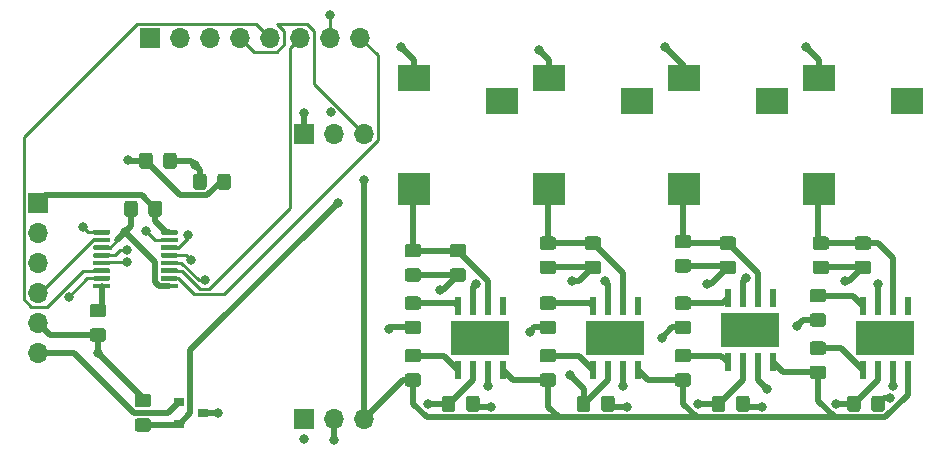
<source format=gbr>
%TF.GenerationSoftware,KiCad,Pcbnew,(5.1.6)-1*%
%TF.CreationDate,2020-09-27T21:03:48-07:00*%
%TF.ProjectId,piezodriver,7069657a-6f64-4726-9976-65722e6b6963,rev?*%
%TF.SameCoordinates,Original*%
%TF.FileFunction,Copper,L1,Top*%
%TF.FilePolarity,Positive*%
%FSLAX46Y46*%
G04 Gerber Fmt 4.6, Leading zero omitted, Abs format (unit mm)*
G04 Created by KiCad (PCBNEW (5.1.6)-1) date 2020-09-27 21:03:48*
%MOMM*%
%LPD*%
G01*
G04 APERTURE LIST*
%TA.AperFunction,SMDPad,CuDef*%
%ADD10R,0.900000X0.800000*%
%TD*%
%TA.AperFunction,ComponentPad*%
%ADD11O,1.700000X1.700000*%
%TD*%
%TA.AperFunction,ComponentPad*%
%ADD12R,1.700000X1.700000*%
%TD*%
%TA.AperFunction,SMDPad,CuDef*%
%ADD13R,2.800000X2.800000*%
%TD*%
%TA.AperFunction,SMDPad,CuDef*%
%ADD14R,2.800000X2.200000*%
%TD*%
%TA.AperFunction,ComponentPad*%
%ADD15C,0.300000*%
%TD*%
%TA.AperFunction,Conductor*%
%ADD16R,4.900000X2.950000*%
%TD*%
%TA.AperFunction,SMDPad,CuDef*%
%ADD17R,0.600000X1.550000*%
%TD*%
%TA.AperFunction,ViaPad*%
%ADD18C,0.800000*%
%TD*%
%TA.AperFunction,Conductor*%
%ADD19C,0.500000*%
%TD*%
%TA.AperFunction,Conductor*%
%ADD20C,0.250000*%
%TD*%
G04 APERTURE END LIST*
%TO.P,R2,2*%
%TO.N,/opampdriver/SIG*%
%TA.AperFunction,SMDPad,CuDef*%
G36*
G01*
X210245000Y-86048001D02*
X210245000Y-85147999D01*
G75*
G02*
X210494999Y-84898000I249999J0D01*
G01*
X211145001Y-84898000D01*
G75*
G02*
X211395000Y-85147999I0J-249999D01*
G01*
X211395000Y-86048001D01*
G75*
G02*
X211145001Y-86298000I-249999J0D01*
G01*
X210494999Y-86298000D01*
G75*
G02*
X210245000Y-86048001I0J249999D01*
G01*
G37*
%TD.AperFunction*%
%TO.P,R2,1*%
%TO.N,Net-(C4-Pad2)*%
%TA.AperFunction,SMDPad,CuDef*%
G36*
G01*
X208195000Y-86048001D02*
X208195000Y-85147999D01*
G75*
G02*
X208444999Y-84898000I249999J0D01*
G01*
X209095001Y-84898000D01*
G75*
G02*
X209345000Y-85147999I0J-249999D01*
G01*
X209345000Y-86048001D01*
G75*
G02*
X209095001Y-86298000I-249999J0D01*
G01*
X208444999Y-86298000D01*
G75*
G02*
X208195000Y-86048001I0J249999D01*
G01*
G37*
%TD.AperFunction*%
%TD*%
%TO.P,U1,16*%
%TO.N,Net-(J2-Pad1)*%
%TA.AperFunction,SMDPad,CuDef*%
G36*
G01*
X184372620Y-71175000D02*
X184372620Y-70975000D01*
G75*
G02*
X184472620Y-70875000I100000J0D01*
G01*
X185747620Y-70875000D01*
G75*
G02*
X185847620Y-70975000I0J-100000D01*
G01*
X185847620Y-71175000D01*
G75*
G02*
X185747620Y-71275000I-100000J0D01*
G01*
X184472620Y-71275000D01*
G75*
G02*
X184372620Y-71175000I0J100000D01*
G01*
G37*
%TD.AperFunction*%
%TO.P,U1,15*%
%TO.N,Net-(J2-Pad2)*%
%TA.AperFunction,SMDPad,CuDef*%
G36*
G01*
X184372620Y-71825000D02*
X184372620Y-71625000D01*
G75*
G02*
X184472620Y-71525000I100000J0D01*
G01*
X185747620Y-71525000D01*
G75*
G02*
X185847620Y-71625000I0J-100000D01*
G01*
X185847620Y-71825000D01*
G75*
G02*
X185747620Y-71925000I-100000J0D01*
G01*
X184472620Y-71925000D01*
G75*
G02*
X184372620Y-71825000I0J100000D01*
G01*
G37*
%TD.AperFunction*%
%TO.P,U1,14*%
%TO.N,GND*%
%TA.AperFunction,SMDPad,CuDef*%
G36*
G01*
X184372620Y-72475000D02*
X184372620Y-72275000D01*
G75*
G02*
X184472620Y-72175000I100000J0D01*
G01*
X185747620Y-72175000D01*
G75*
G02*
X185847620Y-72275000I0J-100000D01*
G01*
X185847620Y-72475000D01*
G75*
G02*
X185747620Y-72575000I-100000J0D01*
G01*
X184472620Y-72575000D01*
G75*
G02*
X184372620Y-72475000I0J100000D01*
G01*
G37*
%TD.AperFunction*%
%TO.P,U1,13*%
%TO.N,/sheet5F77FFF0/SIG*%
%TA.AperFunction,SMDPad,CuDef*%
G36*
G01*
X184372620Y-73125000D02*
X184372620Y-72925000D01*
G75*
G02*
X184472620Y-72825000I100000J0D01*
G01*
X185747620Y-72825000D01*
G75*
G02*
X185847620Y-72925000I0J-100000D01*
G01*
X185847620Y-73125000D01*
G75*
G02*
X185747620Y-73225000I-100000J0D01*
G01*
X184472620Y-73225000D01*
G75*
G02*
X184372620Y-73125000I0J100000D01*
G01*
G37*
%TD.AperFunction*%
%TO.P,U1,12*%
%TO.N,/sheet5F780C4A/SIG*%
%TA.AperFunction,SMDPad,CuDef*%
G36*
G01*
X184372620Y-73775000D02*
X184372620Y-73575000D01*
G75*
G02*
X184472620Y-73475000I100000J0D01*
G01*
X185747620Y-73475000D01*
G75*
G02*
X185847620Y-73575000I0J-100000D01*
G01*
X185847620Y-73775000D01*
G75*
G02*
X185747620Y-73875000I-100000J0D01*
G01*
X184472620Y-73875000D01*
G75*
G02*
X184372620Y-73775000I0J100000D01*
G01*
G37*
%TD.AperFunction*%
%TO.P,U1,11*%
%TO.N,/CH6*%
%TA.AperFunction,SMDPad,CuDef*%
G36*
G01*
X184372620Y-74425000D02*
X184372620Y-74225000D01*
G75*
G02*
X184472620Y-74125000I100000J0D01*
G01*
X185747620Y-74125000D01*
G75*
G02*
X185847620Y-74225000I0J-100000D01*
G01*
X185847620Y-74425000D01*
G75*
G02*
X185747620Y-74525000I-100000J0D01*
G01*
X184472620Y-74525000D01*
G75*
G02*
X184372620Y-74425000I0J100000D01*
G01*
G37*
%TD.AperFunction*%
%TO.P,U1,10*%
%TO.N,/CH8*%
%TA.AperFunction,SMDPad,CuDef*%
G36*
G01*
X184372620Y-75075000D02*
X184372620Y-74875000D01*
G75*
G02*
X184472620Y-74775000I100000J0D01*
G01*
X185747620Y-74775000D01*
G75*
G02*
X185847620Y-74875000I0J-100000D01*
G01*
X185847620Y-75075000D01*
G75*
G02*
X185747620Y-75175000I-100000J0D01*
G01*
X184472620Y-75175000D01*
G75*
G02*
X184372620Y-75075000I0J100000D01*
G01*
G37*
%TD.AperFunction*%
%TO.P,U1,9*%
%TO.N,VCC*%
%TA.AperFunction,SMDPad,CuDef*%
G36*
G01*
X184372620Y-75725000D02*
X184372620Y-75525000D01*
G75*
G02*
X184472620Y-75425000I100000J0D01*
G01*
X185747620Y-75425000D01*
G75*
G02*
X185847620Y-75525000I0J-100000D01*
G01*
X185847620Y-75725000D01*
G75*
G02*
X185747620Y-75825000I-100000J0D01*
G01*
X184472620Y-75825000D01*
G75*
G02*
X184372620Y-75725000I0J100000D01*
G01*
G37*
%TD.AperFunction*%
%TO.P,U1,8*%
%TO.N,Net-(C3-Pad1)*%
%TA.AperFunction,SMDPad,CuDef*%
G36*
G01*
X178647620Y-75725000D02*
X178647620Y-75525000D01*
G75*
G02*
X178747620Y-75425000I100000J0D01*
G01*
X180022620Y-75425000D01*
G75*
G02*
X180122620Y-75525000I0J-100000D01*
G01*
X180122620Y-75725000D01*
G75*
G02*
X180022620Y-75825000I-100000J0D01*
G01*
X178747620Y-75825000D01*
G75*
G02*
X178647620Y-75725000I0J100000D01*
G01*
G37*
%TD.AperFunction*%
%TO.P,U1,7*%
%TO.N,/CH7*%
%TA.AperFunction,SMDPad,CuDef*%
G36*
G01*
X178647620Y-75075000D02*
X178647620Y-74875000D01*
G75*
G02*
X178747620Y-74775000I100000J0D01*
G01*
X180022620Y-74775000D01*
G75*
G02*
X180122620Y-74875000I0J-100000D01*
G01*
X180122620Y-75075000D01*
G75*
G02*
X180022620Y-75175000I-100000J0D01*
G01*
X178747620Y-75175000D01*
G75*
G02*
X178647620Y-75075000I0J100000D01*
G01*
G37*
%TD.AperFunction*%
%TO.P,U1,6*%
%TO.N,/CH5*%
%TA.AperFunction,SMDPad,CuDef*%
G36*
G01*
X178647620Y-74425000D02*
X178647620Y-74225000D01*
G75*
G02*
X178747620Y-74125000I100000J0D01*
G01*
X180022620Y-74125000D01*
G75*
G02*
X180122620Y-74225000I0J-100000D01*
G01*
X180122620Y-74425000D01*
G75*
G02*
X180022620Y-74525000I-100000J0D01*
G01*
X178747620Y-74525000D01*
G75*
G02*
X178647620Y-74425000I0J100000D01*
G01*
G37*
%TD.AperFunction*%
%TO.P,U1,5*%
%TO.N,/sheet5F78069E/SIG*%
%TA.AperFunction,SMDPad,CuDef*%
G36*
G01*
X178647620Y-73775000D02*
X178647620Y-73575000D01*
G75*
G02*
X178747620Y-73475000I100000J0D01*
G01*
X180022620Y-73475000D01*
G75*
G02*
X180122620Y-73575000I0J-100000D01*
G01*
X180122620Y-73775000D01*
G75*
G02*
X180022620Y-73875000I-100000J0D01*
G01*
X178747620Y-73875000D01*
G75*
G02*
X178647620Y-73775000I0J100000D01*
G01*
G37*
%TD.AperFunction*%
%TO.P,U1,4*%
%TO.N,/opampdriver/SIG*%
%TA.AperFunction,SMDPad,CuDef*%
G36*
G01*
X178647620Y-73125000D02*
X178647620Y-72925000D01*
G75*
G02*
X178747620Y-72825000I100000J0D01*
G01*
X180022620Y-72825000D01*
G75*
G02*
X180122620Y-72925000I0J-100000D01*
G01*
X180122620Y-73125000D01*
G75*
G02*
X180022620Y-73225000I-100000J0D01*
G01*
X178747620Y-73225000D01*
G75*
G02*
X178647620Y-73125000I0J100000D01*
G01*
G37*
%TD.AperFunction*%
%TO.P,U1,3*%
%TO.N,VCC*%
%TA.AperFunction,SMDPad,CuDef*%
G36*
G01*
X178647620Y-72475000D02*
X178647620Y-72275000D01*
G75*
G02*
X178747620Y-72175000I100000J0D01*
G01*
X180022620Y-72175000D01*
G75*
G02*
X180122620Y-72275000I0J-100000D01*
G01*
X180122620Y-72475000D01*
G75*
G02*
X180022620Y-72575000I-100000J0D01*
G01*
X178747620Y-72575000D01*
G75*
G02*
X178647620Y-72475000I0J100000D01*
G01*
G37*
%TD.AperFunction*%
%TO.P,U1,2*%
%TO.N,Net-(J2-Pad4)*%
%TA.AperFunction,SMDPad,CuDef*%
G36*
G01*
X178647620Y-71825000D02*
X178647620Y-71625000D01*
G75*
G02*
X178747620Y-71525000I100000J0D01*
G01*
X180022620Y-71525000D01*
G75*
G02*
X180122620Y-71625000I0J-100000D01*
G01*
X180122620Y-71825000D01*
G75*
G02*
X180022620Y-71925000I-100000J0D01*
G01*
X178747620Y-71925000D01*
G75*
G02*
X178647620Y-71825000I0J100000D01*
G01*
G37*
%TD.AperFunction*%
%TO.P,U1,1*%
%TO.N,GND*%
%TA.AperFunction,SMDPad,CuDef*%
G36*
G01*
X178647620Y-71175000D02*
X178647620Y-70975000D01*
G75*
G02*
X178747620Y-70875000I100000J0D01*
G01*
X180022620Y-70875000D01*
G75*
G02*
X180122620Y-70975000I0J-100000D01*
G01*
X180122620Y-71175000D01*
G75*
G02*
X180022620Y-71275000I-100000J0D01*
G01*
X178747620Y-71275000D01*
G75*
G02*
X178647620Y-71175000I0J100000D01*
G01*
G37*
%TD.AperFunction*%
%TD*%
D10*
%TO.P,U2,3*%
%TO.N,GND*%
X187960000Y-86360000D03*
%TO.P,U2,2*%
%TO.N,/opampdriver/BIAS*%
X185960000Y-87310000D03*
%TO.P,U2,1*%
%TO.N,VCC*%
X185960000Y-85410000D03*
%TD*%
%TO.P,R21,2*%
%TO.N,Net-(J2-Pad1)*%
%TA.AperFunction,SMDPad,CuDef*%
G36*
G01*
X183355400Y-69538001D02*
X183355400Y-68637999D01*
G75*
G02*
X183605399Y-68388000I249999J0D01*
G01*
X184255401Y-68388000D01*
G75*
G02*
X184505400Y-68637999I0J-249999D01*
G01*
X184505400Y-69538001D01*
G75*
G02*
X184255401Y-69788000I-249999J0D01*
G01*
X183605399Y-69788000D01*
G75*
G02*
X183355400Y-69538001I0J249999D01*
G01*
G37*
%TD.AperFunction*%
%TO.P,R21,1*%
%TO.N,VCC*%
%TA.AperFunction,SMDPad,CuDef*%
G36*
G01*
X181305400Y-69538001D02*
X181305400Y-68637999D01*
G75*
G02*
X181555399Y-68388000I249999J0D01*
G01*
X182205401Y-68388000D01*
G75*
G02*
X182455400Y-68637999I0J-249999D01*
G01*
X182455400Y-69538001D01*
G75*
G02*
X182205401Y-69788000I-249999J0D01*
G01*
X181555399Y-69788000D01*
G75*
G02*
X181305400Y-69538001I0J249999D01*
G01*
G37*
%TD.AperFunction*%
%TD*%
%TO.P,C8,2*%
%TO.N,GND*%
%TA.AperFunction,SMDPad,CuDef*%
G36*
G01*
X183330001Y-85910000D02*
X182429999Y-85910000D01*
G75*
G02*
X182180000Y-85660001I0J249999D01*
G01*
X182180000Y-85009999D01*
G75*
G02*
X182429999Y-84760000I249999J0D01*
G01*
X183330001Y-84760000D01*
G75*
G02*
X183580000Y-85009999I0J-249999D01*
G01*
X183580000Y-85660001D01*
G75*
G02*
X183330001Y-85910000I-249999J0D01*
G01*
G37*
%TD.AperFunction*%
%TO.P,C8,1*%
%TO.N,/opampdriver/BIAS*%
%TA.AperFunction,SMDPad,CuDef*%
G36*
G01*
X183330001Y-87960000D02*
X182429999Y-87960000D01*
G75*
G02*
X182180000Y-87710001I0J249999D01*
G01*
X182180000Y-87059999D01*
G75*
G02*
X182429999Y-86810000I249999J0D01*
G01*
X183330001Y-86810000D01*
G75*
G02*
X183580000Y-87059999I0J-249999D01*
G01*
X183580000Y-87710001D01*
G75*
G02*
X183330001Y-87960000I-249999J0D01*
G01*
G37*
%TD.AperFunction*%
%TD*%
D11*
%TO.P,J2,6*%
%TO.N,VCC*%
X173990000Y-81280000D03*
%TO.P,J2,5*%
%TO.N,GND*%
X173990000Y-78740000D03*
%TO.P,J2,4*%
%TO.N,Net-(J2-Pad4)*%
X173990000Y-76200000D03*
%TO.P,J2,3*%
%TO.N,Net-(J2-Pad3)*%
X173990000Y-73660000D03*
%TO.P,J2,2*%
%TO.N,Net-(J2-Pad2)*%
X173990000Y-71120000D03*
D12*
%TO.P,J2,1*%
%TO.N,Net-(J2-Pad1)*%
X173990000Y-68580000D03*
%TD*%
D13*
%TO.P,J8,T*%
%TO.N,/opampdriver/OUT*%
X205850000Y-67395000D03*
D14*
%TO.P,J8,S*%
%TO.N,GND*%
X205850000Y-57995000D03*
%TO.P,J8,R*%
%TO.N,N/C*%
X213250000Y-59995000D03*
%TD*%
D13*
%TO.P,J7,T*%
%TO.N,/sheet5F780C4A/OUT*%
X240140000Y-67395000D03*
D14*
%TO.P,J7,S*%
%TO.N,GND*%
X240140000Y-57995000D03*
%TO.P,J7,R*%
%TO.N,N/C*%
X247540000Y-59995000D03*
%TD*%
D13*
%TO.P,J6,T*%
%TO.N,/sheet5F78069E/OUT*%
X228710000Y-67395000D03*
D14*
%TO.P,J6,S*%
%TO.N,GND*%
X228710000Y-57995000D03*
%TO.P,J6,R*%
%TO.N,N/C*%
X236110000Y-59995000D03*
%TD*%
D13*
%TO.P,J5,T*%
%TO.N,/sheet5F77FFF0/OUT*%
X217280000Y-67395000D03*
D14*
%TO.P,J5,S*%
%TO.N,GND*%
X217280000Y-57995000D03*
%TO.P,J5,R*%
%TO.N,N/C*%
X224680000Y-59995000D03*
%TD*%
D15*
%TO.P,U6,17*%
%TO.N,N/C*%
X247695000Y-79360000D03*
%TO.P,U6,16*%
X247695000Y-80660000D03*
%TO.P,U6,15*%
X246395000Y-79360000D03*
%TO.P,U6,14*%
X246395000Y-80660000D03*
%TO.P,U6,13*%
X245095000Y-79360000D03*
%TO.P,U6,12*%
X245095000Y-80660000D03*
%TO.P,U6,11*%
X243795000Y-79360000D03*
%TO.P,U6,10*%
X243795000Y-80660000D03*
D16*
%TD*%
%TO.N,Net-(U6-Pad9)*%
%TO.C,U6*%
X245745000Y-80010000D03*
D17*
%TO.P,U6,8*%
%TO.N,Net-(R16-Pad2)*%
X243840000Y-77310000D03*
%TO.P,U6,7*%
%TO.N,+VDC*%
X245110000Y-77310000D03*
%TO.P,U6,6*%
%TO.N,/sheet5F780C4A/OUT*%
X246380000Y-77310000D03*
%TO.P,U6,5*%
%TO.N,Net-(U6-Pad5)*%
X247650000Y-77310000D03*
%TO.P,U6,4*%
%TO.N,-VDC*%
X247650000Y-82710000D03*
%TO.P,U6,3*%
%TO.N,/opampdriver/BIAS*%
X246380000Y-82710000D03*
%TO.P,U6,2*%
%TO.N,Net-(C7-Pad2)*%
X245110000Y-82710000D03*
%TO.P,U6,1*%
%TO.N,Net-(R18-Pad1)*%
X243840000Y-82710000D03*
%TD*%
D15*
%TO.P,U5,17*%
%TO.N,N/C*%
X236265000Y-78725000D03*
%TO.P,U5,16*%
X236265000Y-80025000D03*
%TO.P,U5,15*%
X234965000Y-78725000D03*
%TO.P,U5,14*%
X234965000Y-80025000D03*
%TO.P,U5,13*%
X233665000Y-78725000D03*
%TO.P,U5,12*%
X233665000Y-80025000D03*
%TO.P,U5,11*%
X232365000Y-78725000D03*
%TO.P,U5,10*%
X232365000Y-80025000D03*
D16*
%TD*%
%TO.N,Net-(U5-Pad9)*%
%TO.C,U5*%
X234315000Y-79375000D03*
D17*
%TO.P,U5,8*%
%TO.N,Net-(R11-Pad2)*%
X232410000Y-76675000D03*
%TO.P,U5,7*%
%TO.N,+VDC*%
X233680000Y-76675000D03*
%TO.P,U5,6*%
%TO.N,/sheet5F78069E/OUT*%
X234950000Y-76675000D03*
%TO.P,U5,5*%
%TO.N,Net-(U5-Pad5)*%
X236220000Y-76675000D03*
%TO.P,U5,4*%
%TO.N,-VDC*%
X236220000Y-82075000D03*
%TO.P,U5,3*%
%TO.N,/opampdriver/BIAS*%
X234950000Y-82075000D03*
%TO.P,U5,2*%
%TO.N,Net-(C6-Pad2)*%
X233680000Y-82075000D03*
%TO.P,U5,1*%
%TO.N,Net-(R13-Pad1)*%
X232410000Y-82075000D03*
%TD*%
D15*
%TO.P,U4,17*%
%TO.N,N/C*%
X224835000Y-79360000D03*
%TO.P,U4,16*%
X224835000Y-80660000D03*
%TO.P,U4,15*%
X223535000Y-79360000D03*
%TO.P,U4,14*%
X223535000Y-80660000D03*
%TO.P,U4,13*%
X222235000Y-79360000D03*
%TO.P,U4,12*%
X222235000Y-80660000D03*
%TO.P,U4,11*%
X220935000Y-79360000D03*
%TO.P,U4,10*%
X220935000Y-80660000D03*
D16*
%TD*%
%TO.N,Net-(U4-Pad9)*%
%TO.C,U4*%
X222885000Y-80010000D03*
D17*
%TO.P,U4,8*%
%TO.N,Net-(R6-Pad2)*%
X220980000Y-77310000D03*
%TO.P,U4,7*%
%TO.N,+VDC*%
X222250000Y-77310000D03*
%TO.P,U4,6*%
%TO.N,/sheet5F77FFF0/OUT*%
X223520000Y-77310000D03*
%TO.P,U4,5*%
%TO.N,Net-(U4-Pad5)*%
X224790000Y-77310000D03*
%TO.P,U4,4*%
%TO.N,-VDC*%
X224790000Y-82710000D03*
%TO.P,U4,3*%
%TO.N,/opampdriver/BIAS*%
X223520000Y-82710000D03*
%TO.P,U4,2*%
%TO.N,Net-(C5-Pad2)*%
X222250000Y-82710000D03*
%TO.P,U4,1*%
%TO.N,Net-(R8-Pad1)*%
X220980000Y-82710000D03*
%TD*%
D15*
%TO.P,U3,17*%
%TO.N,N/C*%
X213405000Y-79360000D03*
%TO.P,U3,16*%
X213405000Y-80660000D03*
%TO.P,U3,15*%
X212105000Y-79360000D03*
%TO.P,U3,14*%
X212105000Y-80660000D03*
%TO.P,U3,13*%
X210805000Y-79360000D03*
%TO.P,U3,12*%
X210805000Y-80660000D03*
%TO.P,U3,11*%
X209505000Y-79360000D03*
%TO.P,U3,10*%
X209505000Y-80660000D03*
D16*
%TD*%
%TO.N,Net-(U3-Pad9)*%
%TO.C,U3*%
X211455000Y-80010000D03*
D17*
%TO.P,U3,8*%
%TO.N,Net-(R1-Pad2)*%
X209550000Y-77310000D03*
%TO.P,U3,7*%
%TO.N,+VDC*%
X210820000Y-77310000D03*
%TO.P,U3,6*%
%TO.N,/opampdriver/OUT*%
X212090000Y-77310000D03*
%TO.P,U3,5*%
%TO.N,Net-(U3-Pad5)*%
X213360000Y-77310000D03*
%TO.P,U3,4*%
%TO.N,-VDC*%
X213360000Y-82710000D03*
%TO.P,U3,3*%
%TO.N,/opampdriver/BIAS*%
X212090000Y-82710000D03*
%TO.P,U3,2*%
%TO.N,Net-(C4-Pad2)*%
X210820000Y-82710000D03*
%TO.P,U3,1*%
%TO.N,Net-(R3-Pad1)*%
X209550000Y-82710000D03*
%TD*%
%TO.P,R19,2*%
%TO.N,Net-(C7-Pad2)*%
%TA.AperFunction,SMDPad,CuDef*%
G36*
G01*
X239833999Y-73475000D02*
X240734001Y-73475000D01*
G75*
G02*
X240984000Y-73724999I0J-249999D01*
G01*
X240984000Y-74375001D01*
G75*
G02*
X240734001Y-74625000I-249999J0D01*
G01*
X239833999Y-74625000D01*
G75*
G02*
X239584000Y-74375001I0J249999D01*
G01*
X239584000Y-73724999D01*
G75*
G02*
X239833999Y-73475000I249999J0D01*
G01*
G37*
%TD.AperFunction*%
%TO.P,R19,1*%
%TO.N,/sheet5F780C4A/OUT*%
%TA.AperFunction,SMDPad,CuDef*%
G36*
G01*
X239833999Y-71425000D02*
X240734001Y-71425000D01*
G75*
G02*
X240984000Y-71674999I0J-249999D01*
G01*
X240984000Y-72325001D01*
G75*
G02*
X240734001Y-72575000I-249999J0D01*
G01*
X239833999Y-72575000D01*
G75*
G02*
X239584000Y-72325001I0J249999D01*
G01*
X239584000Y-71674999D01*
G75*
G02*
X239833999Y-71425000I249999J0D01*
G01*
G37*
%TD.AperFunction*%
%TD*%
%TO.P,R18,2*%
%TO.N,-VDC*%
%TA.AperFunction,SMDPad,CuDef*%
G36*
G01*
X239579999Y-82365000D02*
X240480001Y-82365000D01*
G75*
G02*
X240730000Y-82614999I0J-249999D01*
G01*
X240730000Y-83265001D01*
G75*
G02*
X240480001Y-83515000I-249999J0D01*
G01*
X239579999Y-83515000D01*
G75*
G02*
X239330000Y-83265001I0J249999D01*
G01*
X239330000Y-82614999D01*
G75*
G02*
X239579999Y-82365000I249999J0D01*
G01*
G37*
%TD.AperFunction*%
%TO.P,R18,1*%
%TO.N,Net-(R18-Pad1)*%
%TA.AperFunction,SMDPad,CuDef*%
G36*
G01*
X239579999Y-80315000D02*
X240480001Y-80315000D01*
G75*
G02*
X240730000Y-80564999I0J-249999D01*
G01*
X240730000Y-81215001D01*
G75*
G02*
X240480001Y-81465000I-249999J0D01*
G01*
X239579999Y-81465000D01*
G75*
G02*
X239330000Y-81215001I0J249999D01*
G01*
X239330000Y-80564999D01*
G75*
G02*
X239579999Y-80315000I249999J0D01*
G01*
G37*
%TD.AperFunction*%
%TD*%
%TO.P,R17,2*%
%TO.N,/sheet5F780C4A/SIG*%
%TA.AperFunction,SMDPad,CuDef*%
G36*
G01*
X244544000Y-86048001D02*
X244544000Y-85147999D01*
G75*
G02*
X244793999Y-84898000I249999J0D01*
G01*
X245444001Y-84898000D01*
G75*
G02*
X245694000Y-85147999I0J-249999D01*
G01*
X245694000Y-86048001D01*
G75*
G02*
X245444001Y-86298000I-249999J0D01*
G01*
X244793999Y-86298000D01*
G75*
G02*
X244544000Y-86048001I0J249999D01*
G01*
G37*
%TD.AperFunction*%
%TO.P,R17,1*%
%TO.N,Net-(C7-Pad2)*%
%TA.AperFunction,SMDPad,CuDef*%
G36*
G01*
X242494000Y-86048001D02*
X242494000Y-85147999D01*
G75*
G02*
X242743999Y-84898000I249999J0D01*
G01*
X243394001Y-84898000D01*
G75*
G02*
X243644000Y-85147999I0J-249999D01*
G01*
X243644000Y-86048001D01*
G75*
G02*
X243394001Y-86298000I-249999J0D01*
G01*
X242743999Y-86298000D01*
G75*
G02*
X242494000Y-86048001I0J249999D01*
G01*
G37*
%TD.AperFunction*%
%TD*%
%TO.P,R16,2*%
%TO.N,Net-(R16-Pad2)*%
%TA.AperFunction,SMDPad,CuDef*%
G36*
G01*
X240480001Y-77020000D02*
X239579999Y-77020000D01*
G75*
G02*
X239330000Y-76770001I0J249999D01*
G01*
X239330000Y-76119999D01*
G75*
G02*
X239579999Y-75870000I249999J0D01*
G01*
X240480001Y-75870000D01*
G75*
G02*
X240730000Y-76119999I0J-249999D01*
G01*
X240730000Y-76770001D01*
G75*
G02*
X240480001Y-77020000I-249999J0D01*
G01*
G37*
%TD.AperFunction*%
%TO.P,R16,1*%
%TO.N,+VDC*%
%TA.AperFunction,SMDPad,CuDef*%
G36*
G01*
X240480001Y-79070000D02*
X239579999Y-79070000D01*
G75*
G02*
X239330000Y-78820001I0J249999D01*
G01*
X239330000Y-78169999D01*
G75*
G02*
X239579999Y-77920000I249999J0D01*
G01*
X240480001Y-77920000D01*
G75*
G02*
X240730000Y-78169999I0J-249999D01*
G01*
X240730000Y-78820001D01*
G75*
G02*
X240480001Y-79070000I-249999J0D01*
G01*
G37*
%TD.AperFunction*%
%TD*%
%TO.P,R14,2*%
%TO.N,Net-(C6-Pad2)*%
%TA.AperFunction,SMDPad,CuDef*%
G36*
G01*
X228149999Y-73339000D02*
X229050001Y-73339000D01*
G75*
G02*
X229300000Y-73588999I0J-249999D01*
G01*
X229300000Y-74239001D01*
G75*
G02*
X229050001Y-74489000I-249999J0D01*
G01*
X228149999Y-74489000D01*
G75*
G02*
X227900000Y-74239001I0J249999D01*
G01*
X227900000Y-73588999D01*
G75*
G02*
X228149999Y-73339000I249999J0D01*
G01*
G37*
%TD.AperFunction*%
%TO.P,R14,1*%
%TO.N,/sheet5F78069E/OUT*%
%TA.AperFunction,SMDPad,CuDef*%
G36*
G01*
X228149999Y-71289000D02*
X229050001Y-71289000D01*
G75*
G02*
X229300000Y-71538999I0J-249999D01*
G01*
X229300000Y-72189001D01*
G75*
G02*
X229050001Y-72439000I-249999J0D01*
G01*
X228149999Y-72439000D01*
G75*
G02*
X227900000Y-72189001I0J249999D01*
G01*
X227900000Y-71538999D01*
G75*
G02*
X228149999Y-71289000I249999J0D01*
G01*
G37*
%TD.AperFunction*%
%TD*%
%TO.P,R13,2*%
%TO.N,-VDC*%
%TA.AperFunction,SMDPad,CuDef*%
G36*
G01*
X228149999Y-83000000D02*
X229050001Y-83000000D01*
G75*
G02*
X229300000Y-83249999I0J-249999D01*
G01*
X229300000Y-83900001D01*
G75*
G02*
X229050001Y-84150000I-249999J0D01*
G01*
X228149999Y-84150000D01*
G75*
G02*
X227900000Y-83900001I0J249999D01*
G01*
X227900000Y-83249999D01*
G75*
G02*
X228149999Y-83000000I249999J0D01*
G01*
G37*
%TD.AperFunction*%
%TO.P,R13,1*%
%TO.N,Net-(R13-Pad1)*%
%TA.AperFunction,SMDPad,CuDef*%
G36*
G01*
X228149999Y-80950000D02*
X229050001Y-80950000D01*
G75*
G02*
X229300000Y-81199999I0J-249999D01*
G01*
X229300000Y-81850001D01*
G75*
G02*
X229050001Y-82100000I-249999J0D01*
G01*
X228149999Y-82100000D01*
G75*
G02*
X227900000Y-81850001I0J249999D01*
G01*
X227900000Y-81199999D01*
G75*
G02*
X228149999Y-80950000I249999J0D01*
G01*
G37*
%TD.AperFunction*%
%TD*%
%TO.P,R12,2*%
%TO.N,/sheet5F78069E/SIG*%
%TA.AperFunction,SMDPad,CuDef*%
G36*
G01*
X233105000Y-86048001D02*
X233105000Y-85147999D01*
G75*
G02*
X233354999Y-84898000I249999J0D01*
G01*
X234005001Y-84898000D01*
G75*
G02*
X234255000Y-85147999I0J-249999D01*
G01*
X234255000Y-86048001D01*
G75*
G02*
X234005001Y-86298000I-249999J0D01*
G01*
X233354999Y-86298000D01*
G75*
G02*
X233105000Y-86048001I0J249999D01*
G01*
G37*
%TD.AperFunction*%
%TO.P,R12,1*%
%TO.N,Net-(C6-Pad2)*%
%TA.AperFunction,SMDPad,CuDef*%
G36*
G01*
X231055000Y-86048001D02*
X231055000Y-85147999D01*
G75*
G02*
X231304999Y-84898000I249999J0D01*
G01*
X231955001Y-84898000D01*
G75*
G02*
X232205000Y-85147999I0J-249999D01*
G01*
X232205000Y-86048001D01*
G75*
G02*
X231955001Y-86298000I-249999J0D01*
G01*
X231304999Y-86298000D01*
G75*
G02*
X231055000Y-86048001I0J249999D01*
G01*
G37*
%TD.AperFunction*%
%TD*%
%TO.P,R11,2*%
%TO.N,Net-(R11-Pad2)*%
%TA.AperFunction,SMDPad,CuDef*%
G36*
G01*
X229050001Y-77655000D02*
X228149999Y-77655000D01*
G75*
G02*
X227900000Y-77405001I0J249999D01*
G01*
X227900000Y-76754999D01*
G75*
G02*
X228149999Y-76505000I249999J0D01*
G01*
X229050001Y-76505000D01*
G75*
G02*
X229300000Y-76754999I0J-249999D01*
G01*
X229300000Y-77405001D01*
G75*
G02*
X229050001Y-77655000I-249999J0D01*
G01*
G37*
%TD.AperFunction*%
%TO.P,R11,1*%
%TO.N,+VDC*%
%TA.AperFunction,SMDPad,CuDef*%
G36*
G01*
X229050001Y-79705000D02*
X228149999Y-79705000D01*
G75*
G02*
X227900000Y-79455001I0J249999D01*
G01*
X227900000Y-78804999D01*
G75*
G02*
X228149999Y-78555000I249999J0D01*
G01*
X229050001Y-78555000D01*
G75*
G02*
X229300000Y-78804999I0J-249999D01*
G01*
X229300000Y-79455001D01*
G75*
G02*
X229050001Y-79705000I-249999J0D01*
G01*
G37*
%TD.AperFunction*%
%TD*%
%TO.P,R9,2*%
%TO.N,Net-(C5-Pad2)*%
%TA.AperFunction,SMDPad,CuDef*%
G36*
G01*
X216719999Y-73475000D02*
X217620001Y-73475000D01*
G75*
G02*
X217870000Y-73724999I0J-249999D01*
G01*
X217870000Y-74375001D01*
G75*
G02*
X217620001Y-74625000I-249999J0D01*
G01*
X216719999Y-74625000D01*
G75*
G02*
X216470000Y-74375001I0J249999D01*
G01*
X216470000Y-73724999D01*
G75*
G02*
X216719999Y-73475000I249999J0D01*
G01*
G37*
%TD.AperFunction*%
%TO.P,R9,1*%
%TO.N,/sheet5F77FFF0/OUT*%
%TA.AperFunction,SMDPad,CuDef*%
G36*
G01*
X216719999Y-71425000D02*
X217620001Y-71425000D01*
G75*
G02*
X217870000Y-71674999I0J-249999D01*
G01*
X217870000Y-72325001D01*
G75*
G02*
X217620001Y-72575000I-249999J0D01*
G01*
X216719999Y-72575000D01*
G75*
G02*
X216470000Y-72325001I0J249999D01*
G01*
X216470000Y-71674999D01*
G75*
G02*
X216719999Y-71425000I249999J0D01*
G01*
G37*
%TD.AperFunction*%
%TD*%
%TO.P,R8,2*%
%TO.N,-VDC*%
%TA.AperFunction,SMDPad,CuDef*%
G36*
G01*
X216719999Y-83000000D02*
X217620001Y-83000000D01*
G75*
G02*
X217870000Y-83249999I0J-249999D01*
G01*
X217870000Y-83900001D01*
G75*
G02*
X217620001Y-84150000I-249999J0D01*
G01*
X216719999Y-84150000D01*
G75*
G02*
X216470000Y-83900001I0J249999D01*
G01*
X216470000Y-83249999D01*
G75*
G02*
X216719999Y-83000000I249999J0D01*
G01*
G37*
%TD.AperFunction*%
%TO.P,R8,1*%
%TO.N,Net-(R8-Pad1)*%
%TA.AperFunction,SMDPad,CuDef*%
G36*
G01*
X216719999Y-80950000D02*
X217620001Y-80950000D01*
G75*
G02*
X217870000Y-81199999I0J-249999D01*
G01*
X217870000Y-81850001D01*
G75*
G02*
X217620001Y-82100000I-249999J0D01*
G01*
X216719999Y-82100000D01*
G75*
G02*
X216470000Y-81850001I0J249999D01*
G01*
X216470000Y-81199999D01*
G75*
G02*
X216719999Y-80950000I249999J0D01*
G01*
G37*
%TD.AperFunction*%
%TD*%
%TO.P,R7,2*%
%TO.N,/sheet5F77FFF0/SIG*%
%TA.AperFunction,SMDPad,CuDef*%
G36*
G01*
X221675000Y-86048001D02*
X221675000Y-85147999D01*
G75*
G02*
X221924999Y-84898000I249999J0D01*
G01*
X222575001Y-84898000D01*
G75*
G02*
X222825000Y-85147999I0J-249999D01*
G01*
X222825000Y-86048001D01*
G75*
G02*
X222575001Y-86298000I-249999J0D01*
G01*
X221924999Y-86298000D01*
G75*
G02*
X221675000Y-86048001I0J249999D01*
G01*
G37*
%TD.AperFunction*%
%TO.P,R7,1*%
%TO.N,Net-(C5-Pad2)*%
%TA.AperFunction,SMDPad,CuDef*%
G36*
G01*
X219625000Y-86048001D02*
X219625000Y-85147999D01*
G75*
G02*
X219874999Y-84898000I249999J0D01*
G01*
X220525001Y-84898000D01*
G75*
G02*
X220775000Y-85147999I0J-249999D01*
G01*
X220775000Y-86048001D01*
G75*
G02*
X220525001Y-86298000I-249999J0D01*
G01*
X219874999Y-86298000D01*
G75*
G02*
X219625000Y-86048001I0J249999D01*
G01*
G37*
%TD.AperFunction*%
%TD*%
%TO.P,R6,2*%
%TO.N,Net-(R6-Pad2)*%
%TA.AperFunction,SMDPad,CuDef*%
G36*
G01*
X217620001Y-77655000D02*
X216719999Y-77655000D01*
G75*
G02*
X216470000Y-77405001I0J249999D01*
G01*
X216470000Y-76754999D01*
G75*
G02*
X216719999Y-76505000I249999J0D01*
G01*
X217620001Y-76505000D01*
G75*
G02*
X217870000Y-76754999I0J-249999D01*
G01*
X217870000Y-77405001D01*
G75*
G02*
X217620001Y-77655000I-249999J0D01*
G01*
G37*
%TD.AperFunction*%
%TO.P,R6,1*%
%TO.N,+VDC*%
%TA.AperFunction,SMDPad,CuDef*%
G36*
G01*
X217620001Y-79705000D02*
X216719999Y-79705000D01*
G75*
G02*
X216470000Y-79455001I0J249999D01*
G01*
X216470000Y-78804999D01*
G75*
G02*
X216719999Y-78555000I249999J0D01*
G01*
X217620001Y-78555000D01*
G75*
G02*
X217870000Y-78804999I0J-249999D01*
G01*
X217870000Y-79455001D01*
G75*
G02*
X217620001Y-79705000I-249999J0D01*
G01*
G37*
%TD.AperFunction*%
%TD*%
%TO.P,R4,2*%
%TO.N,Net-(C4-Pad2)*%
%TA.AperFunction,SMDPad,CuDef*%
G36*
G01*
X205289999Y-74110000D02*
X206190001Y-74110000D01*
G75*
G02*
X206440000Y-74359999I0J-249999D01*
G01*
X206440000Y-75010001D01*
G75*
G02*
X206190001Y-75260000I-249999J0D01*
G01*
X205289999Y-75260000D01*
G75*
G02*
X205040000Y-75010001I0J249999D01*
G01*
X205040000Y-74359999D01*
G75*
G02*
X205289999Y-74110000I249999J0D01*
G01*
G37*
%TD.AperFunction*%
%TO.P,R4,1*%
%TO.N,/opampdriver/OUT*%
%TA.AperFunction,SMDPad,CuDef*%
G36*
G01*
X205289999Y-72060000D02*
X206190001Y-72060000D01*
G75*
G02*
X206440000Y-72309999I0J-249999D01*
G01*
X206440000Y-72960001D01*
G75*
G02*
X206190001Y-73210000I-249999J0D01*
G01*
X205289999Y-73210000D01*
G75*
G02*
X205040000Y-72960001I0J249999D01*
G01*
X205040000Y-72309999D01*
G75*
G02*
X205289999Y-72060000I249999J0D01*
G01*
G37*
%TD.AperFunction*%
%TD*%
%TO.P,R3,2*%
%TO.N,-VDC*%
%TA.AperFunction,SMDPad,CuDef*%
G36*
G01*
X205289999Y-83000000D02*
X206190001Y-83000000D01*
G75*
G02*
X206440000Y-83249999I0J-249999D01*
G01*
X206440000Y-83900001D01*
G75*
G02*
X206190001Y-84150000I-249999J0D01*
G01*
X205289999Y-84150000D01*
G75*
G02*
X205040000Y-83900001I0J249999D01*
G01*
X205040000Y-83249999D01*
G75*
G02*
X205289999Y-83000000I249999J0D01*
G01*
G37*
%TD.AperFunction*%
%TO.P,R3,1*%
%TO.N,Net-(R3-Pad1)*%
%TA.AperFunction,SMDPad,CuDef*%
G36*
G01*
X205289999Y-80950000D02*
X206190001Y-80950000D01*
G75*
G02*
X206440000Y-81199999I0J-249999D01*
G01*
X206440000Y-81850001D01*
G75*
G02*
X206190001Y-82100000I-249999J0D01*
G01*
X205289999Y-82100000D01*
G75*
G02*
X205040000Y-81850001I0J249999D01*
G01*
X205040000Y-81199999D01*
G75*
G02*
X205289999Y-80950000I249999J0D01*
G01*
G37*
%TD.AperFunction*%
%TD*%
%TO.P,R1,2*%
%TO.N,Net-(R1-Pad2)*%
%TA.AperFunction,SMDPad,CuDef*%
G36*
G01*
X206190001Y-77655000D02*
X205289999Y-77655000D01*
G75*
G02*
X205040000Y-77405001I0J249999D01*
G01*
X205040000Y-76754999D01*
G75*
G02*
X205289999Y-76505000I249999J0D01*
G01*
X206190001Y-76505000D01*
G75*
G02*
X206440000Y-76754999I0J-249999D01*
G01*
X206440000Y-77405001D01*
G75*
G02*
X206190001Y-77655000I-249999J0D01*
G01*
G37*
%TD.AperFunction*%
%TO.P,R1,1*%
%TO.N,+VDC*%
%TA.AperFunction,SMDPad,CuDef*%
G36*
G01*
X206190001Y-79705000D02*
X205289999Y-79705000D01*
G75*
G02*
X205040000Y-79455001I0J249999D01*
G01*
X205040000Y-78804999D01*
G75*
G02*
X205289999Y-78555000I249999J0D01*
G01*
X206190001Y-78555000D01*
G75*
G02*
X206440000Y-78804999I0J-249999D01*
G01*
X206440000Y-79455001D01*
G75*
G02*
X206190001Y-79705000I-249999J0D01*
G01*
G37*
%TD.AperFunction*%
%TD*%
D11*
%TO.P,J4,8*%
%TO.N,/CH8*%
X201295000Y-54610000D03*
%TO.P,J4,7*%
%TO.N,/CH7*%
X198755000Y-54610000D03*
%TO.P,J4,6*%
%TO.N,/CH6*%
X196215000Y-54610000D03*
%TO.P,J4,5*%
%TO.N,/CH5*%
X193675000Y-54610000D03*
%TO.P,J4,4*%
%TO.N,-VDC*%
X191135000Y-54610000D03*
%TO.P,J4,3*%
%TO.N,+VDC*%
X188595000Y-54610000D03*
%TO.P,J4,2*%
%TO.N,/opampdriver/BIAS*%
X186055000Y-54610000D03*
D12*
%TO.P,J4,1*%
%TO.N,GND*%
X183515000Y-54610000D03*
%TD*%
D11*
%TO.P,J3,3*%
%TO.N,-VDC*%
X201617580Y-86847680D03*
%TO.P,J3,2*%
%TO.N,GND*%
X199077580Y-86847680D03*
D12*
%TO.P,J3,1*%
%TO.N,+VDC*%
X196537580Y-86847680D03*
%TD*%
D11*
%TO.P,J1,3*%
%TO.N,-VDC*%
X201617580Y-62717680D03*
%TO.P,J1,2*%
%TO.N,GND*%
X199077580Y-62717680D03*
D12*
%TO.P,J1,1*%
%TO.N,+VDC*%
X196537580Y-62717680D03*
%TD*%
%TO.P,C7,2*%
%TO.N,Net-(C7-Pad2)*%
%TA.AperFunction,SMDPad,CuDef*%
G36*
G01*
X243389999Y-73475000D02*
X244290001Y-73475000D01*
G75*
G02*
X244540000Y-73724999I0J-249999D01*
G01*
X244540000Y-74375001D01*
G75*
G02*
X244290001Y-74625000I-249999J0D01*
G01*
X243389999Y-74625000D01*
G75*
G02*
X243140000Y-74375001I0J249999D01*
G01*
X243140000Y-73724999D01*
G75*
G02*
X243389999Y-73475000I249999J0D01*
G01*
G37*
%TD.AperFunction*%
%TO.P,C7,1*%
%TO.N,/sheet5F780C4A/OUT*%
%TA.AperFunction,SMDPad,CuDef*%
G36*
G01*
X243389999Y-71425000D02*
X244290001Y-71425000D01*
G75*
G02*
X244540000Y-71674999I0J-249999D01*
G01*
X244540000Y-72325001D01*
G75*
G02*
X244290001Y-72575000I-249999J0D01*
G01*
X243389999Y-72575000D01*
G75*
G02*
X243140000Y-72325001I0J249999D01*
G01*
X243140000Y-71674999D01*
G75*
G02*
X243389999Y-71425000I249999J0D01*
G01*
G37*
%TD.AperFunction*%
%TD*%
%TO.P,C6,2*%
%TO.N,Net-(C6-Pad2)*%
%TA.AperFunction,SMDPad,CuDef*%
G36*
G01*
X231959999Y-73475000D02*
X232860001Y-73475000D01*
G75*
G02*
X233110000Y-73724999I0J-249999D01*
G01*
X233110000Y-74375001D01*
G75*
G02*
X232860001Y-74625000I-249999J0D01*
G01*
X231959999Y-74625000D01*
G75*
G02*
X231710000Y-74375001I0J249999D01*
G01*
X231710000Y-73724999D01*
G75*
G02*
X231959999Y-73475000I249999J0D01*
G01*
G37*
%TD.AperFunction*%
%TO.P,C6,1*%
%TO.N,/sheet5F78069E/OUT*%
%TA.AperFunction,SMDPad,CuDef*%
G36*
G01*
X231959999Y-71425000D02*
X232860001Y-71425000D01*
G75*
G02*
X233110000Y-71674999I0J-249999D01*
G01*
X233110000Y-72325001D01*
G75*
G02*
X232860001Y-72575000I-249999J0D01*
G01*
X231959999Y-72575000D01*
G75*
G02*
X231710000Y-72325001I0J249999D01*
G01*
X231710000Y-71674999D01*
G75*
G02*
X231959999Y-71425000I249999J0D01*
G01*
G37*
%TD.AperFunction*%
%TD*%
%TO.P,C5,2*%
%TO.N,Net-(C5-Pad2)*%
%TA.AperFunction,SMDPad,CuDef*%
G36*
G01*
X220529999Y-73475000D02*
X221430001Y-73475000D01*
G75*
G02*
X221680000Y-73724999I0J-249999D01*
G01*
X221680000Y-74375001D01*
G75*
G02*
X221430001Y-74625000I-249999J0D01*
G01*
X220529999Y-74625000D01*
G75*
G02*
X220280000Y-74375001I0J249999D01*
G01*
X220280000Y-73724999D01*
G75*
G02*
X220529999Y-73475000I249999J0D01*
G01*
G37*
%TD.AperFunction*%
%TO.P,C5,1*%
%TO.N,/sheet5F77FFF0/OUT*%
%TA.AperFunction,SMDPad,CuDef*%
G36*
G01*
X220529999Y-71425000D02*
X221430001Y-71425000D01*
G75*
G02*
X221680000Y-71674999I0J-249999D01*
G01*
X221680000Y-72325001D01*
G75*
G02*
X221430001Y-72575000I-249999J0D01*
G01*
X220529999Y-72575000D01*
G75*
G02*
X220280000Y-72325001I0J249999D01*
G01*
X220280000Y-71674999D01*
G75*
G02*
X220529999Y-71425000I249999J0D01*
G01*
G37*
%TD.AperFunction*%
%TD*%
%TO.P,C4,2*%
%TO.N,Net-(C4-Pad2)*%
%TA.AperFunction,SMDPad,CuDef*%
G36*
G01*
X209099999Y-74110000D02*
X210000001Y-74110000D01*
G75*
G02*
X210250000Y-74359999I0J-249999D01*
G01*
X210250000Y-75010001D01*
G75*
G02*
X210000001Y-75260000I-249999J0D01*
G01*
X209099999Y-75260000D01*
G75*
G02*
X208850000Y-75010001I0J249999D01*
G01*
X208850000Y-74359999D01*
G75*
G02*
X209099999Y-74110000I249999J0D01*
G01*
G37*
%TD.AperFunction*%
%TO.P,C4,1*%
%TO.N,/opampdriver/OUT*%
%TA.AperFunction,SMDPad,CuDef*%
G36*
G01*
X209099999Y-72060000D02*
X210000001Y-72060000D01*
G75*
G02*
X210250000Y-72309999I0J-249999D01*
G01*
X210250000Y-72960001D01*
G75*
G02*
X210000001Y-73210000I-249999J0D01*
G01*
X209099999Y-73210000D01*
G75*
G02*
X208850000Y-72960001I0J249999D01*
G01*
X208850000Y-72309999D01*
G75*
G02*
X209099999Y-72060000I249999J0D01*
G01*
G37*
%TD.AperFunction*%
%TD*%
%TO.P,C3,2*%
%TO.N,GND*%
%TA.AperFunction,SMDPad,CuDef*%
G36*
G01*
X178619999Y-79190000D02*
X179520001Y-79190000D01*
G75*
G02*
X179770000Y-79439999I0J-249999D01*
G01*
X179770000Y-80090001D01*
G75*
G02*
X179520001Y-80340000I-249999J0D01*
G01*
X178619999Y-80340000D01*
G75*
G02*
X178370000Y-80090001I0J249999D01*
G01*
X178370000Y-79439999D01*
G75*
G02*
X178619999Y-79190000I249999J0D01*
G01*
G37*
%TD.AperFunction*%
%TO.P,C3,1*%
%TO.N,Net-(C3-Pad1)*%
%TA.AperFunction,SMDPad,CuDef*%
G36*
G01*
X178619999Y-77140000D02*
X179520001Y-77140000D01*
G75*
G02*
X179770000Y-77389999I0J-249999D01*
G01*
X179770000Y-78040001D01*
G75*
G02*
X179520001Y-78290000I-249999J0D01*
G01*
X178619999Y-78290000D01*
G75*
G02*
X178370000Y-78040001I0J249999D01*
G01*
X178370000Y-77389999D01*
G75*
G02*
X178619999Y-77140000I249999J0D01*
G01*
G37*
%TD.AperFunction*%
%TD*%
%TO.P,C2,2*%
%TO.N,GND*%
%TA.AperFunction,SMDPad,CuDef*%
G36*
G01*
X188272000Y-66351999D02*
X188272000Y-67252001D01*
G75*
G02*
X188022001Y-67502000I-249999J0D01*
G01*
X187371999Y-67502000D01*
G75*
G02*
X187122000Y-67252001I0J249999D01*
G01*
X187122000Y-66351999D01*
G75*
G02*
X187371999Y-66102000I249999J0D01*
G01*
X188022001Y-66102000D01*
G75*
G02*
X188272000Y-66351999I0J-249999D01*
G01*
G37*
%TD.AperFunction*%
%TO.P,C2,1*%
%TO.N,VCC*%
%TA.AperFunction,SMDPad,CuDef*%
G36*
G01*
X190322000Y-66351999D02*
X190322000Y-67252001D01*
G75*
G02*
X190072001Y-67502000I-249999J0D01*
G01*
X189421999Y-67502000D01*
G75*
G02*
X189172000Y-67252001I0J249999D01*
G01*
X189172000Y-66351999D01*
G75*
G02*
X189421999Y-66102000I249999J0D01*
G01*
X190072001Y-66102000D01*
G75*
G02*
X190322000Y-66351999I0J-249999D01*
G01*
G37*
%TD.AperFunction*%
%TD*%
%TO.P,C1,2*%
%TO.N,GND*%
%TA.AperFunction,SMDPad,CuDef*%
G36*
G01*
X184600000Y-65474001D02*
X184600000Y-64573999D01*
G75*
G02*
X184849999Y-64324000I249999J0D01*
G01*
X185500001Y-64324000D01*
G75*
G02*
X185750000Y-64573999I0J-249999D01*
G01*
X185750000Y-65474001D01*
G75*
G02*
X185500001Y-65724000I-249999J0D01*
G01*
X184849999Y-65724000D01*
G75*
G02*
X184600000Y-65474001I0J249999D01*
G01*
G37*
%TD.AperFunction*%
%TO.P,C1,1*%
%TO.N,VCC*%
%TA.AperFunction,SMDPad,CuDef*%
G36*
G01*
X182550000Y-65474001D02*
X182550000Y-64573999D01*
G75*
G02*
X182799999Y-64324000I249999J0D01*
G01*
X183450001Y-64324000D01*
G75*
G02*
X183700000Y-64573999I0J-249999D01*
G01*
X183700000Y-65474001D01*
G75*
G02*
X183450001Y-65724000I-249999J0D01*
G01*
X182799999Y-65724000D01*
G75*
G02*
X182550000Y-65474001I0J249999D01*
G01*
G37*
%TD.AperFunction*%
%TD*%
D18*
%TO.N,VCC*%
X181610000Y-64947800D03*
X181406800Y-71043800D03*
%TO.N,Net-(C4-Pad2)*%
X207010000Y-85598000D03*
X208026000Y-75946000D03*
%TO.N,Net-(C5-Pad2)*%
X219202000Y-75184000D03*
X219075000Y-83185000D03*
%TO.N,Net-(C6-Pad2)*%
X229870000Y-85598000D03*
X230632000Y-75438000D03*
%TO.N,Net-(C7-Pad2)*%
X241554000Y-85598000D03*
X242316000Y-75184000D03*
%TO.N,-VDC*%
X201599800Y-66624200D03*
%TO.N,GND*%
X204724000Y-55372000D03*
X216408000Y-55626000D03*
X227076000Y-55372000D03*
X239014000Y-55372000D03*
X199085200Y-88696800D03*
X198794797Y-60920203D03*
X179070000Y-81280000D03*
X189230000Y-86360000D03*
X187325000Y-65405000D03*
X186695125Y-71314306D03*
X177800000Y-70612000D03*
%TO.N,+VDC*%
X203708000Y-79248000D03*
X215646000Y-79502000D03*
X211074000Y-75438000D03*
X221996000Y-75184000D03*
X226822000Y-80010000D03*
X233934000Y-74930000D03*
X238252000Y-78994000D03*
X245110000Y-75438000D03*
X196545200Y-60985400D03*
X196545200Y-88544400D03*
%TO.N,Net-(J2-Pad2)*%
X183184800Y-70993000D03*
%TO.N,/CH7*%
X176632291Y-76530891D03*
X198704200Y-52679600D03*
%TO.N,/opampdriver/SIG*%
X181533800Y-72593200D03*
X212344000Y-85852000D03*
%TO.N,/sheet5F77FFF0/SIG*%
X186969400Y-73443200D03*
X223850200Y-85898010D03*
%TO.N,/sheet5F78069E/SIG*%
X181508400Y-73609200D03*
X235280200Y-85898010D03*
%TO.N,/sheet5F780C4A/SIG*%
X188163200Y-75143201D03*
X246170642Y-85109242D03*
%TO.N,/opampdriver/BIAS*%
X235712000Y-84328000D03*
X246380000Y-84074000D03*
X223520000Y-84074000D03*
X212090000Y-84074000D03*
X199390000Y-68580000D03*
%TD*%
D19*
%TO.N,VCC*%
X186053010Y-67952010D02*
X183125000Y-65024000D01*
X188311956Y-67952010D02*
X186053010Y-67952010D01*
X189461966Y-66802000D02*
X188311956Y-67952010D01*
X189747000Y-66802000D02*
X189461966Y-66802000D01*
X183125000Y-65024000D02*
X181686200Y-65024000D01*
X181686200Y-65024000D02*
X181610000Y-64947800D01*
X180725600Y-71725000D02*
X181406800Y-71043800D01*
X181880400Y-70570200D02*
X181406800Y-71043800D01*
X181880400Y-69088000D02*
X181880400Y-70570200D01*
X185960000Y-85410000D02*
X185010000Y-86360000D01*
X182140034Y-86360000D02*
X185010000Y-86360000D01*
X177060034Y-81280000D02*
X182140034Y-86360000D01*
X173990000Y-81280000D02*
X177060034Y-81280000D01*
D20*
X180075600Y-72375000D02*
X179385120Y-72375000D01*
X180725600Y-71725000D02*
X180075600Y-72375000D01*
D19*
X184244786Y-75625000D02*
X185110120Y-75625000D01*
X183922610Y-75302824D02*
X184244786Y-75625000D01*
X183922610Y-73559610D02*
X183922610Y-75302824D01*
X181406800Y-71043800D02*
X183922610Y-73559610D01*
%TO.N,Net-(C3-Pad1)*%
X179385120Y-77399880D02*
X179070000Y-77715000D01*
X179385120Y-75625000D02*
X179385120Y-77399880D01*
%TO.N,Net-(C4-Pad2)*%
X205740000Y-74685000D02*
X209550000Y-74685000D01*
X208770000Y-85598000D02*
X207010000Y-85598000D01*
X208289000Y-75946000D02*
X209550000Y-74685000D01*
X208026000Y-75946000D02*
X208289000Y-75946000D01*
X210820000Y-83548000D02*
X208770000Y-85598000D01*
X210820000Y-82710000D02*
X210820000Y-83548000D01*
%TO.N,/opampdriver/OUT*%
X209550000Y-72635000D02*
X205740000Y-72635000D01*
X205740000Y-67505000D02*
X205850000Y-67395000D01*
X205740000Y-72635000D02*
X205740000Y-67505000D01*
X212090000Y-75195998D02*
X209550000Y-72655998D01*
X209550000Y-72655998D02*
X209550000Y-72635000D01*
X212090000Y-77310000D02*
X212090000Y-75195998D01*
%TO.N,Net-(C5-Pad2)*%
X217170000Y-74050000D02*
X220980000Y-74050000D01*
X219846000Y-75184000D02*
X220980000Y-74050000D01*
X219202000Y-75184000D02*
X219846000Y-75184000D01*
X222250000Y-83548000D02*
X220200000Y-85598000D01*
X222250000Y-82710000D02*
X222250000Y-83548000D01*
X220200000Y-84310000D02*
X219075000Y-83185000D01*
X220200000Y-85598000D02*
X220200000Y-84310000D01*
%TO.N,/sheet5F77FFF0/OUT*%
X220980000Y-72000000D02*
X217170000Y-72000000D01*
X217170000Y-67505000D02*
X217280000Y-67395000D01*
X217170000Y-72000000D02*
X217170000Y-67505000D01*
X223520000Y-74540000D02*
X220980000Y-72000000D01*
X223520000Y-77310000D02*
X223520000Y-74540000D01*
%TO.N,Net-(C6-Pad2)*%
X232274000Y-73914000D02*
X232410000Y-74050000D01*
X228600000Y-73914000D02*
X232274000Y-73914000D01*
X231630000Y-85598000D02*
X229870000Y-85598000D01*
X231022000Y-75438000D02*
X232410000Y-74050000D01*
X230632000Y-75438000D02*
X231022000Y-75438000D01*
X233680000Y-83548000D02*
X233680000Y-82075000D01*
X231630000Y-85598000D02*
X233680000Y-83548000D01*
%TO.N,/sheet5F78069E/OUT*%
X232410000Y-72000000D02*
X228600000Y-72000000D01*
X228600000Y-67505000D02*
X228710000Y-67395000D01*
X228600000Y-72000000D02*
X228600000Y-67505000D01*
X234950000Y-74540000D02*
X232410000Y-72000000D01*
X234950000Y-76675000D02*
X234950000Y-74540000D01*
%TO.N,Net-(C7-Pad2)*%
X240284000Y-74050000D02*
X243840000Y-74050000D01*
X243069000Y-85598000D02*
X241554000Y-85598000D01*
X242706000Y-75184000D02*
X243840000Y-74050000D01*
X242316000Y-75184000D02*
X242706000Y-75184000D01*
X245119000Y-82719000D02*
X245110000Y-82710000D01*
X245110000Y-83557000D02*
X245110000Y-82710000D01*
X243069000Y-85598000D02*
X245110000Y-83557000D01*
%TO.N,/sheet5F780C4A/OUT*%
X246380000Y-77310000D02*
X246380000Y-73270000D01*
X240030000Y-72000000D02*
X243840000Y-72000000D01*
X245110000Y-72000000D02*
X246380000Y-73270000D01*
X243840000Y-72000000D02*
X245110000Y-72000000D01*
X240030000Y-67505000D02*
X240140000Y-67395000D01*
X240030000Y-72000000D02*
X240030000Y-67505000D01*
%TO.N,-VDC*%
X237085000Y-82940000D02*
X236220000Y-82075000D01*
X240030000Y-82940000D02*
X237085000Y-82940000D01*
X225655000Y-83575000D02*
X224790000Y-82710000D01*
X228600000Y-83575000D02*
X225655000Y-83575000D01*
X214225000Y-83575000D02*
X213360000Y-82710000D01*
X217170000Y-83575000D02*
X214225000Y-83575000D01*
X241446008Y-86748010D02*
X240030000Y-85332002D01*
X245733956Y-86748010D02*
X241446008Y-86748010D01*
X247650000Y-84831966D02*
X245733956Y-86748010D01*
X240030000Y-85332002D02*
X240030000Y-82940000D01*
X247650000Y-82710000D02*
X247650000Y-84831966D01*
X228600000Y-85586002D02*
X228600000Y-83575000D01*
X229762008Y-86748010D02*
X228600000Y-85586002D01*
X241446008Y-86748010D02*
X229762008Y-86748010D01*
X217170000Y-85840002D02*
X217170000Y-83575000D01*
X218078008Y-86748010D02*
X217170000Y-85840002D01*
X229762008Y-86748010D02*
X218078008Y-86748010D01*
X205740000Y-85586002D02*
X205740000Y-83575000D01*
X206902008Y-86748010D02*
X205740000Y-85586002D01*
X218078008Y-86748010D02*
X206902008Y-86748010D01*
D20*
X192310001Y-55785001D02*
X191135000Y-54610000D01*
X194239001Y-55785001D02*
X192310001Y-55785001D01*
X194850001Y-55174001D02*
X194239001Y-55785001D01*
X194239001Y-53434999D02*
X194850001Y-54045999D01*
X196779001Y-53434999D02*
X194239001Y-53434999D01*
X197390001Y-54045999D02*
X196779001Y-53434999D01*
X194850001Y-54045999D02*
X194850001Y-55174001D01*
X197390001Y-58490101D02*
X197390001Y-54045999D01*
X201617580Y-62717680D02*
X197390001Y-58490101D01*
D19*
X201617580Y-86847680D02*
X201617580Y-66641980D01*
X201617580Y-66641980D02*
X201599800Y-66624200D01*
X204890260Y-83575000D02*
X205740000Y-83575000D01*
X201617580Y-86847680D02*
X204890260Y-83575000D01*
%TO.N,GND*%
X205850000Y-57995000D02*
X205850000Y-56498000D01*
X205850000Y-56498000D02*
X204724000Y-55372000D01*
X217280000Y-57995000D02*
X217280000Y-56498000D01*
X217280000Y-56498000D02*
X216408000Y-55626000D01*
X228710000Y-57995000D02*
X228710000Y-57006000D01*
X228710000Y-57006000D02*
X227076000Y-55372000D01*
X240140000Y-57995000D02*
X240140000Y-56498000D01*
X240140000Y-56498000D02*
X239014000Y-55372000D01*
X199077580Y-86847680D02*
X199077580Y-88689180D01*
X199077580Y-88689180D02*
X199085200Y-88696800D01*
X179070000Y-79765000D02*
X179070000Y-81280000D01*
X175015000Y-79765000D02*
X173990000Y-78740000D01*
X179070000Y-79765000D02*
X175015000Y-79765000D01*
X182880000Y-85090000D02*
X182880000Y-85335000D01*
X179070000Y-81280000D02*
X182880000Y-85090000D01*
X187960000Y-86360000D02*
X189230000Y-86360000D01*
X185175000Y-65024000D02*
X186944000Y-65024000D01*
X186944000Y-65024000D02*
X187325000Y-65405000D01*
X187697000Y-65777000D02*
X187325000Y-65405000D01*
X187697000Y-66802000D02*
X187697000Y-65777000D01*
D20*
X186695125Y-71527495D02*
X186695125Y-71314306D01*
X185110120Y-72375000D02*
X185847620Y-72375000D01*
X185847620Y-72375000D02*
X186695125Y-71527495D01*
X179385120Y-71075000D02*
X178263000Y-71075000D01*
X178263000Y-71075000D02*
X177800000Y-70612000D01*
D19*
%TO.N,+VDC*%
X205740000Y-79130000D02*
X203826000Y-79130000D01*
X203826000Y-79130000D02*
X203708000Y-79248000D01*
X217170000Y-79130000D02*
X216018000Y-79130000D01*
X216018000Y-79130000D02*
X215646000Y-79502000D01*
X210820000Y-77310000D02*
X210820000Y-75692000D01*
X210820000Y-75692000D02*
X211074000Y-75438000D01*
X222250000Y-77310000D02*
X222250000Y-75438000D01*
X222250000Y-75438000D02*
X221996000Y-75184000D01*
X228600000Y-79130000D02*
X227702000Y-79130000D01*
X227702000Y-79130000D02*
X226822000Y-80010000D01*
X233680000Y-76675000D02*
X233680000Y-75184000D01*
X233680000Y-75184000D02*
X233934000Y-74930000D01*
X240030000Y-78495000D02*
X238751000Y-78495000D01*
X238751000Y-78495000D02*
X238252000Y-78994000D01*
X245110000Y-77310000D02*
X245110000Y-75438000D01*
X196537580Y-62717680D02*
X196537580Y-60993020D01*
X196537580Y-60993020D02*
X196545200Y-60985400D01*
D20*
%TO.N,Net-(J2-Pad4)*%
X174172620Y-76200000D02*
X173990000Y-76200000D01*
X178647620Y-71725000D02*
X174172620Y-76200000D01*
X179385120Y-71725000D02*
X178647620Y-71725000D01*
%TO.N,Net-(J2-Pad2)*%
X183916800Y-71725000D02*
X183184800Y-70993000D01*
X183916800Y-71725000D02*
X185110120Y-71725000D01*
%TO.N,/CH8*%
X202792581Y-56107581D02*
X201295000Y-54610000D01*
X202792581Y-63281681D02*
X202792581Y-56107581D01*
X189756050Y-76318212D02*
X202792581Y-63281681D01*
X185847620Y-74975000D02*
X185110120Y-74975000D01*
X187190832Y-76318212D02*
X185847620Y-74975000D01*
X189756050Y-76318212D02*
X187190832Y-76318212D01*
%TO.N,/CH7*%
X198704200Y-54559200D02*
X198755000Y-54610000D01*
X198704200Y-52679600D02*
X198704200Y-54559200D01*
X178188182Y-74975000D02*
X179385120Y-74975000D01*
X176632291Y-76530891D02*
X178188182Y-74975000D01*
%TO.N,/CH6*%
X195362579Y-55462421D02*
X195362579Y-69016824D01*
X196215000Y-54610000D02*
X195362579Y-55462421D01*
X195362579Y-69016824D02*
X188511201Y-75868202D01*
X188511201Y-75868202D02*
X187701795Y-75868202D01*
X186158593Y-74325000D02*
X185110120Y-74325000D01*
X187701795Y-75868202D02*
X186158593Y-74325000D01*
%TO.N,/CH5*%
X192499999Y-53434999D02*
X193675000Y-54610000D01*
X182404999Y-53434999D02*
X192499999Y-53434999D01*
X172814999Y-63024999D02*
X182404999Y-53434999D01*
X172814999Y-76764001D02*
X172814999Y-63024999D01*
X173425999Y-77375001D02*
X172814999Y-76764001D01*
X174762876Y-77375001D02*
X173425999Y-77375001D01*
X177812877Y-74325000D02*
X179385120Y-74325000D01*
X174762876Y-77375001D02*
X177812877Y-74325000D01*
D19*
%TO.N,Net-(R1-Pad2)*%
X209320000Y-77080000D02*
X209550000Y-77310000D01*
X205740000Y-77080000D02*
X209320000Y-77080000D01*
D20*
%TO.N,/opampdriver/SIG*%
X181315599Y-72374999D02*
X181533800Y-72593200D01*
X180968115Y-72593200D02*
X180536315Y-73025000D01*
X180536315Y-73025000D02*
X179385120Y-73025000D01*
X181533800Y-72593200D02*
X180968115Y-72593200D01*
D19*
X211074000Y-85852000D02*
X210820000Y-85598000D01*
X212344000Y-85852000D02*
X211074000Y-85852000D01*
%TO.N,Net-(R3-Pad1)*%
X208365000Y-81525000D02*
X209550000Y-82710000D01*
X205740000Y-81525000D02*
X208365000Y-81525000D01*
%TO.N,Net-(R6-Pad2)*%
X220750000Y-77080000D02*
X220980000Y-77310000D01*
X217170000Y-77080000D02*
X220750000Y-77080000D01*
D20*
%TO.N,/sheet5F77FFF0/SIG*%
X186551199Y-73024999D02*
X186969400Y-73443200D01*
D19*
X222550010Y-85898010D02*
X222250000Y-85598000D01*
X223850200Y-85898010D02*
X222550010Y-85898010D01*
D20*
X185847620Y-73025000D02*
X185110120Y-73025000D01*
X186551199Y-73024999D02*
X185847620Y-73025000D01*
D19*
%TO.N,Net-(R8-Pad1)*%
X219795000Y-81525000D02*
X220980000Y-82710000D01*
X217170000Y-81525000D02*
X219795000Y-81525000D01*
%TO.N,Net-(R11-Pad2)*%
X232005000Y-77080000D02*
X232410000Y-76675000D01*
X228600000Y-77080000D02*
X232005000Y-77080000D01*
%TO.N,/sheet5F78069E/SIG*%
X233980010Y-85898010D02*
X233680000Y-85598000D01*
X235280200Y-85898010D02*
X233980010Y-85898010D01*
D20*
X179450920Y-73609200D02*
X179385120Y-73675000D01*
X181508400Y-73609200D02*
X179450920Y-73609200D01*
D19*
%TO.N,Net-(R13-Pad1)*%
X231860000Y-81525000D02*
X232410000Y-82075000D01*
X228600000Y-81525000D02*
X231860000Y-81525000D01*
%TO.N,Net-(R16-Pad2)*%
X242975000Y-76445000D02*
X243840000Y-77310000D01*
X240030000Y-76445000D02*
X242975000Y-76445000D01*
D20*
%TO.N,/sheet5F780C4A/SIG*%
X187613204Y-75143201D02*
X188163200Y-75143201D01*
X186145002Y-73674999D02*
X187613204Y-75143201D01*
D19*
X245607758Y-85109242D02*
X245119000Y-85598000D01*
X246170642Y-85109242D02*
X245607758Y-85109242D01*
D20*
X185847620Y-73675000D02*
X185110120Y-73675000D01*
X186145002Y-73674999D02*
X185847620Y-73675000D01*
D19*
%TO.N,Net-(R18-Pad1)*%
X242020000Y-80890000D02*
X243840000Y-82710000D01*
X240030000Y-80890000D02*
X242020000Y-80890000D01*
%TO.N,Net-(J2-Pad1)*%
X182780390Y-67937990D02*
X183930400Y-69088000D01*
X174632010Y-67937990D02*
X182780390Y-67937990D01*
X173990000Y-68580000D02*
X174632010Y-67937990D01*
X184867000Y-71075000D02*
X185110120Y-71075000D01*
X183930400Y-70138400D02*
X184867000Y-71075000D01*
X183930400Y-69088000D02*
X183930400Y-70138400D01*
%TO.N,/opampdriver/BIAS*%
X234950000Y-82075000D02*
X234950000Y-83566000D01*
X234950000Y-83566000D02*
X235712000Y-84328000D01*
X246380000Y-82710000D02*
X246380000Y-84074000D01*
X223520000Y-82710000D02*
X223520000Y-84074000D01*
X212090000Y-82710000D02*
X212090000Y-84074000D01*
X185885000Y-87385000D02*
X185960000Y-87310000D01*
X182880000Y-87385000D02*
X185885000Y-87385000D01*
X186910000Y-86410000D02*
X186910000Y-81060000D01*
X186910000Y-81060000D02*
X199390000Y-68580000D01*
X185960000Y-87310000D02*
X186010000Y-87310000D01*
X186010000Y-87310000D02*
X186910000Y-86410000D01*
%TD*%
M02*

</source>
